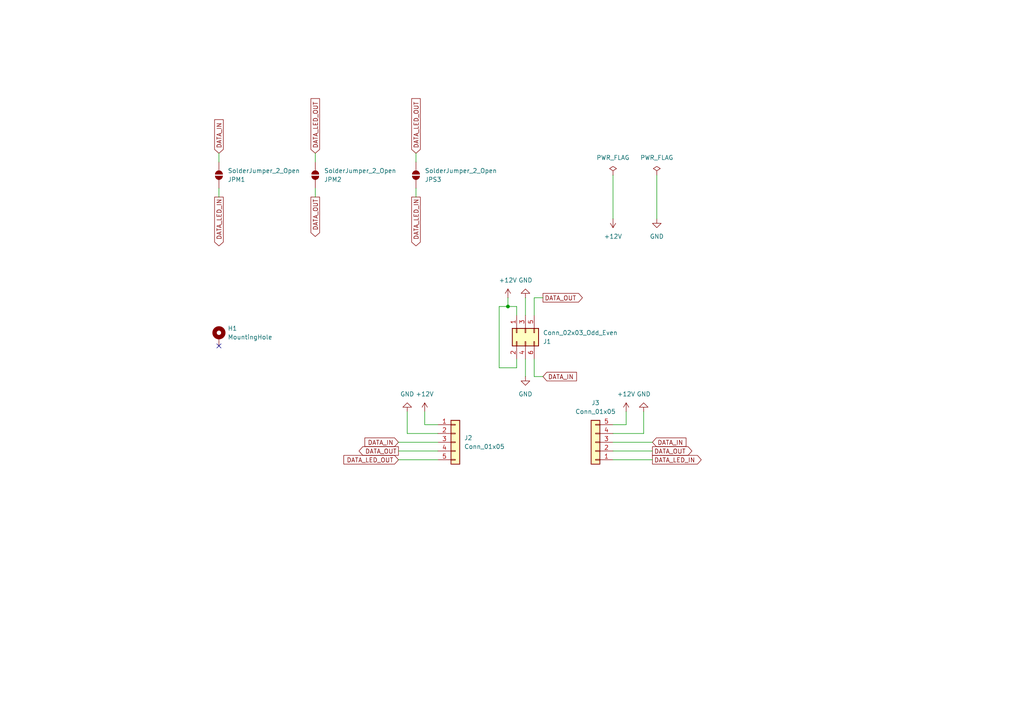
<source format=kicad_sch>
(kicad_sch
	(version 20231120)
	(generator "eeschema")
	(generator_version "8.0")
	(uuid "8a22740d-67f6-4029-8c3b-c30ddd6d9dce")
	(paper "A4")
	(lib_symbols
		(symbol "Connector_Generic:Conn_01x05"
			(pin_names
				(offset 1.016) hide)
			(exclude_from_sim no)
			(in_bom yes)
			(on_board yes)
			(property "Reference" "J"
				(at 0 7.62 0)
				(effects
					(font
						(size 1.27 1.27)
					)
				)
			)
			(property "Value" "Conn_01x05"
				(at 0 -7.62 0)
				(effects
					(font
						(size 1.27 1.27)
					)
				)
			)
			(property "Footprint" ""
				(at 0 0 0)
				(effects
					(font
						(size 1.27 1.27)
					)
					(hide yes)
				)
			)
			(property "Datasheet" "~"
				(at 0 0 0)
				(effects
					(font
						(size 1.27 1.27)
					)
					(hide yes)
				)
			)
			(property "Description" "Generic connector, single row, 01x05, script generated (kicad-library-utils/schlib/autogen/connector/)"
				(at 0 0 0)
				(effects
					(font
						(size 1.27 1.27)
					)
					(hide yes)
				)
			)
			(property "ki_keywords" "connector"
				(at 0 0 0)
				(effects
					(font
						(size 1.27 1.27)
					)
					(hide yes)
				)
			)
			(property "ki_fp_filters" "Connector*:*_1x??_*"
				(at 0 0 0)
				(effects
					(font
						(size 1.27 1.27)
					)
					(hide yes)
				)
			)
			(symbol "Conn_01x05_1_1"
				(rectangle
					(start -1.27 -4.953)
					(end 0 -5.207)
					(stroke
						(width 0.1524)
						(type default)
					)
					(fill
						(type none)
					)
				)
				(rectangle
					(start -1.27 -2.413)
					(end 0 -2.667)
					(stroke
						(width 0.1524)
						(type default)
					)
					(fill
						(type none)
					)
				)
				(rectangle
					(start -1.27 0.127)
					(end 0 -0.127)
					(stroke
						(width 0.1524)
						(type default)
					)
					(fill
						(type none)
					)
				)
				(rectangle
					(start -1.27 2.667)
					(end 0 2.413)
					(stroke
						(width 0.1524)
						(type default)
					)
					(fill
						(type none)
					)
				)
				(rectangle
					(start -1.27 5.207)
					(end 0 4.953)
					(stroke
						(width 0.1524)
						(type default)
					)
					(fill
						(type none)
					)
				)
				(rectangle
					(start -1.27 6.35)
					(end 1.27 -6.35)
					(stroke
						(width 0.254)
						(type default)
					)
					(fill
						(type background)
					)
				)
				(pin passive line
					(at -5.08 5.08 0)
					(length 3.81)
					(name "Pin_1"
						(effects
							(font
								(size 1.27 1.27)
							)
						)
					)
					(number "1"
						(effects
							(font
								(size 1.27 1.27)
							)
						)
					)
				)
				(pin passive line
					(at -5.08 2.54 0)
					(length 3.81)
					(name "Pin_2"
						(effects
							(font
								(size 1.27 1.27)
							)
						)
					)
					(number "2"
						(effects
							(font
								(size 1.27 1.27)
							)
						)
					)
				)
				(pin passive line
					(at -5.08 0 0)
					(length 3.81)
					(name "Pin_3"
						(effects
							(font
								(size 1.27 1.27)
							)
						)
					)
					(number "3"
						(effects
							(font
								(size 1.27 1.27)
							)
						)
					)
				)
				(pin passive line
					(at -5.08 -2.54 0)
					(length 3.81)
					(name "Pin_4"
						(effects
							(font
								(size 1.27 1.27)
							)
						)
					)
					(number "4"
						(effects
							(font
								(size 1.27 1.27)
							)
						)
					)
				)
				(pin passive line
					(at -5.08 -5.08 0)
					(length 3.81)
					(name "Pin_5"
						(effects
							(font
								(size 1.27 1.27)
							)
						)
					)
					(number "5"
						(effects
							(font
								(size 1.27 1.27)
							)
						)
					)
				)
			)
		)
		(symbol "Connector_Generic:Conn_02x03_Odd_Even"
			(pin_names
				(offset 1.016) hide)
			(exclude_from_sim no)
			(in_bom yes)
			(on_board yes)
			(property "Reference" "J"
				(at 1.27 5.08 0)
				(effects
					(font
						(size 1.27 1.27)
					)
				)
			)
			(property "Value" "Conn_02x03_Odd_Even"
				(at 1.27 -5.08 0)
				(effects
					(font
						(size 1.27 1.27)
					)
				)
			)
			(property "Footprint" ""
				(at 0 0 0)
				(effects
					(font
						(size 1.27 1.27)
					)
					(hide yes)
				)
			)
			(property "Datasheet" "~"
				(at 0 0 0)
				(effects
					(font
						(size 1.27 1.27)
					)
					(hide yes)
				)
			)
			(property "Description" "Generic connector, double row, 02x03, odd/even pin numbering scheme (row 1 odd numbers, row 2 even numbers), script generated (kicad-library-utils/schlib/autogen/connector/)"
				(at 0 0 0)
				(effects
					(font
						(size 1.27 1.27)
					)
					(hide yes)
				)
			)
			(property "ki_keywords" "connector"
				(at 0 0 0)
				(effects
					(font
						(size 1.27 1.27)
					)
					(hide yes)
				)
			)
			(property "ki_fp_filters" "Connector*:*_2x??_*"
				(at 0 0 0)
				(effects
					(font
						(size 1.27 1.27)
					)
					(hide yes)
				)
			)
			(symbol "Conn_02x03_Odd_Even_1_1"
				(rectangle
					(start -1.27 -2.413)
					(end 0 -2.667)
					(stroke
						(width 0.1524)
						(type default)
					)
					(fill
						(type none)
					)
				)
				(rectangle
					(start -1.27 0.127)
					(end 0 -0.127)
					(stroke
						(width 0.1524)
						(type default)
					)
					(fill
						(type none)
					)
				)
				(rectangle
					(start -1.27 2.667)
					(end 0 2.413)
					(stroke
						(width 0.1524)
						(type default)
					)
					(fill
						(type none)
					)
				)
				(rectangle
					(start -1.27 3.81)
					(end 3.81 -3.81)
					(stroke
						(width 0.254)
						(type default)
					)
					(fill
						(type background)
					)
				)
				(rectangle
					(start 3.81 -2.413)
					(end 2.54 -2.667)
					(stroke
						(width 0.1524)
						(type default)
					)
					(fill
						(type none)
					)
				)
				(rectangle
					(start 3.81 0.127)
					(end 2.54 -0.127)
					(stroke
						(width 0.1524)
						(type default)
					)
					(fill
						(type none)
					)
				)
				(rectangle
					(start 3.81 2.667)
					(end 2.54 2.413)
					(stroke
						(width 0.1524)
						(type default)
					)
					(fill
						(type none)
					)
				)
				(pin passive line
					(at -5.08 2.54 0)
					(length 3.81)
					(name "Pin_1"
						(effects
							(font
								(size 1.27 1.27)
							)
						)
					)
					(number "1"
						(effects
							(font
								(size 1.27 1.27)
							)
						)
					)
				)
				(pin passive line
					(at 7.62 2.54 180)
					(length 3.81)
					(name "Pin_2"
						(effects
							(font
								(size 1.27 1.27)
							)
						)
					)
					(number "2"
						(effects
							(font
								(size 1.27 1.27)
							)
						)
					)
				)
				(pin passive line
					(at -5.08 0 0)
					(length 3.81)
					(name "Pin_3"
						(effects
							(font
								(size 1.27 1.27)
							)
						)
					)
					(number "3"
						(effects
							(font
								(size 1.27 1.27)
							)
						)
					)
				)
				(pin passive line
					(at 7.62 0 180)
					(length 3.81)
					(name "Pin_4"
						(effects
							(font
								(size 1.27 1.27)
							)
						)
					)
					(number "4"
						(effects
							(font
								(size 1.27 1.27)
							)
						)
					)
				)
				(pin passive line
					(at -5.08 -2.54 0)
					(length 3.81)
					(name "Pin_5"
						(effects
							(font
								(size 1.27 1.27)
							)
						)
					)
					(number "5"
						(effects
							(font
								(size 1.27 1.27)
							)
						)
					)
				)
				(pin passive line
					(at 7.62 -2.54 180)
					(length 3.81)
					(name "Pin_6"
						(effects
							(font
								(size 1.27 1.27)
							)
						)
					)
					(number "6"
						(effects
							(font
								(size 1.27 1.27)
							)
						)
					)
				)
			)
		)
		(symbol "Jumper:SolderJumper_2_Open"
			(pin_numbers hide)
			(pin_names
				(offset 0) hide)
			(exclude_from_sim yes)
			(in_bom no)
			(on_board yes)
			(property "Reference" "JP"
				(at 0 2.032 0)
				(effects
					(font
						(size 1.27 1.27)
					)
				)
			)
			(property "Value" "SolderJumper_2_Open"
				(at 0 -2.54 0)
				(effects
					(font
						(size 1.27 1.27)
					)
				)
			)
			(property "Footprint" ""
				(at 0 0 0)
				(effects
					(font
						(size 1.27 1.27)
					)
					(hide yes)
				)
			)
			(property "Datasheet" "~"
				(at 0 0 0)
				(effects
					(font
						(size 1.27 1.27)
					)
					(hide yes)
				)
			)
			(property "Description" "Solder Jumper, 2-pole, open"
				(at 0 0 0)
				(effects
					(font
						(size 1.27 1.27)
					)
					(hide yes)
				)
			)
			(property "ki_keywords" "solder jumper SPST"
				(at 0 0 0)
				(effects
					(font
						(size 1.27 1.27)
					)
					(hide yes)
				)
			)
			(property "ki_fp_filters" "SolderJumper*Open*"
				(at 0 0 0)
				(effects
					(font
						(size 1.27 1.27)
					)
					(hide yes)
				)
			)
			(symbol "SolderJumper_2_Open_0_1"
				(arc
					(start -0.254 1.016)
					(mid -1.2656 0)
					(end -0.254 -1.016)
					(stroke
						(width 0)
						(type default)
					)
					(fill
						(type none)
					)
				)
				(arc
					(start -0.254 1.016)
					(mid -1.2656 0)
					(end -0.254 -1.016)
					(stroke
						(width 0)
						(type default)
					)
					(fill
						(type outline)
					)
				)
				(polyline
					(pts
						(xy -0.254 1.016) (xy -0.254 -1.016)
					)
					(stroke
						(width 0)
						(type default)
					)
					(fill
						(type none)
					)
				)
				(polyline
					(pts
						(xy 0.254 1.016) (xy 0.254 -1.016)
					)
					(stroke
						(width 0)
						(type default)
					)
					(fill
						(type none)
					)
				)
				(arc
					(start 0.254 -1.016)
					(mid 1.2656 0)
					(end 0.254 1.016)
					(stroke
						(width 0)
						(type default)
					)
					(fill
						(type none)
					)
				)
				(arc
					(start 0.254 -1.016)
					(mid 1.2656 0)
					(end 0.254 1.016)
					(stroke
						(width 0)
						(type default)
					)
					(fill
						(type outline)
					)
				)
			)
			(symbol "SolderJumper_2_Open_1_1"
				(pin passive line
					(at -3.81 0 0)
					(length 2.54)
					(name "A"
						(effects
							(font
								(size 1.27 1.27)
							)
						)
					)
					(number "1"
						(effects
							(font
								(size 1.27 1.27)
							)
						)
					)
				)
				(pin passive line
					(at 3.81 0 180)
					(length 2.54)
					(name "B"
						(effects
							(font
								(size 1.27 1.27)
							)
						)
					)
					(number "2"
						(effects
							(font
								(size 1.27 1.27)
							)
						)
					)
				)
			)
		)
		(symbol "Mechanical:MountingHole_Pad"
			(pin_numbers hide)
			(pin_names
				(offset 1.016) hide)
			(exclude_from_sim yes)
			(in_bom no)
			(on_board yes)
			(property "Reference" "H"
				(at 0 6.35 0)
				(effects
					(font
						(size 1.27 1.27)
					)
				)
			)
			(property "Value" "MountingHole_Pad"
				(at 0 4.445 0)
				(effects
					(font
						(size 1.27 1.27)
					)
				)
			)
			(property "Footprint" ""
				(at 0 0 0)
				(effects
					(font
						(size 1.27 1.27)
					)
					(hide yes)
				)
			)
			(property "Datasheet" "~"
				(at 0 0 0)
				(effects
					(font
						(size 1.27 1.27)
					)
					(hide yes)
				)
			)
			(property "Description" "Mounting Hole with connection"
				(at 0 0 0)
				(effects
					(font
						(size 1.27 1.27)
					)
					(hide yes)
				)
			)
			(property "ki_keywords" "mounting hole"
				(at 0 0 0)
				(effects
					(font
						(size 1.27 1.27)
					)
					(hide yes)
				)
			)
			(property "ki_fp_filters" "MountingHole*Pad*"
				(at 0 0 0)
				(effects
					(font
						(size 1.27 1.27)
					)
					(hide yes)
				)
			)
			(symbol "MountingHole_Pad_0_1"
				(circle
					(center 0 1.27)
					(radius 1.27)
					(stroke
						(width 1.27)
						(type default)
					)
					(fill
						(type none)
					)
				)
			)
			(symbol "MountingHole_Pad_1_1"
				(pin input line
					(at 0 -2.54 90)
					(length 2.54)
					(name "1"
						(effects
							(font
								(size 1.27 1.27)
							)
						)
					)
					(number "1"
						(effects
							(font
								(size 1.27 1.27)
							)
						)
					)
				)
			)
		)
		(symbol "power:+12V"
			(power)
			(pin_numbers hide)
			(pin_names
				(offset 0) hide)
			(exclude_from_sim no)
			(in_bom yes)
			(on_board yes)
			(property "Reference" "#PWR"
				(at 0 -3.81 0)
				(effects
					(font
						(size 1.27 1.27)
					)
					(hide yes)
				)
			)
			(property "Value" "+12V"
				(at 0 3.556 0)
				(effects
					(font
						(size 1.27 1.27)
					)
				)
			)
			(property "Footprint" ""
				(at 0 0 0)
				(effects
					(font
						(size 1.27 1.27)
					)
					(hide yes)
				)
			)
			(property "Datasheet" ""
				(at 0 0 0)
				(effects
					(font
						(size 1.27 1.27)
					)
					(hide yes)
				)
			)
			(property "Description" "Power symbol creates a global label with name \"+12V\""
				(at 0 0 0)
				(effects
					(font
						(size 1.27 1.27)
					)
					(hide yes)
				)
			)
			(property "ki_keywords" "global power"
				(at 0 0 0)
				(effects
					(font
						(size 1.27 1.27)
					)
					(hide yes)
				)
			)
			(symbol "+12V_0_1"
				(polyline
					(pts
						(xy -0.762 1.27) (xy 0 2.54)
					)
					(stroke
						(width 0)
						(type default)
					)
					(fill
						(type none)
					)
				)
				(polyline
					(pts
						(xy 0 0) (xy 0 2.54)
					)
					(stroke
						(width 0)
						(type default)
					)
					(fill
						(type none)
					)
				)
				(polyline
					(pts
						(xy 0 2.54) (xy 0.762 1.27)
					)
					(stroke
						(width 0)
						(type default)
					)
					(fill
						(type none)
					)
				)
			)
			(symbol "+12V_1_1"
				(pin power_in line
					(at 0 0 90)
					(length 0)
					(name "~"
						(effects
							(font
								(size 1.27 1.27)
							)
						)
					)
					(number "1"
						(effects
							(font
								(size 1.27 1.27)
							)
						)
					)
				)
			)
		)
		(symbol "power:GND"
			(power)
			(pin_numbers hide)
			(pin_names
				(offset 0) hide)
			(exclude_from_sim no)
			(in_bom yes)
			(on_board yes)
			(property "Reference" "#PWR"
				(at 0 -6.35 0)
				(effects
					(font
						(size 1.27 1.27)
					)
					(hide yes)
				)
			)
			(property "Value" "GND"
				(at 0 -3.81 0)
				(effects
					(font
						(size 1.27 1.27)
					)
				)
			)
			(property "Footprint" ""
				(at 0 0 0)
				(effects
					(font
						(size 1.27 1.27)
					)
					(hide yes)
				)
			)
			(property "Datasheet" ""
				(at 0 0 0)
				(effects
					(font
						(size 1.27 1.27)
					)
					(hide yes)
				)
			)
			(property "Description" "Power symbol creates a global label with name \"GND\" , ground"
				(at 0 0 0)
				(effects
					(font
						(size 1.27 1.27)
					)
					(hide yes)
				)
			)
			(property "ki_keywords" "global power"
				(at 0 0 0)
				(effects
					(font
						(size 1.27 1.27)
					)
					(hide yes)
				)
			)
			(symbol "GND_0_1"
				(polyline
					(pts
						(xy 0 0) (xy 0 -1.27) (xy 1.27 -1.27) (xy 0 -2.54) (xy -1.27 -1.27) (xy 0 -1.27)
					)
					(stroke
						(width 0)
						(type default)
					)
					(fill
						(type none)
					)
				)
			)
			(symbol "GND_1_1"
				(pin power_in line
					(at 0 0 270)
					(length 0)
					(name "~"
						(effects
							(font
								(size 1.27 1.27)
							)
						)
					)
					(number "1"
						(effects
							(font
								(size 1.27 1.27)
							)
						)
					)
				)
			)
		)
		(symbol "power:PWR_FLAG"
			(power)
			(pin_numbers hide)
			(pin_names
				(offset 0) hide)
			(exclude_from_sim no)
			(in_bom yes)
			(on_board yes)
			(property "Reference" "#FLG"
				(at 0 1.905 0)
				(effects
					(font
						(size 1.27 1.27)
					)
					(hide yes)
				)
			)
			(property "Value" "PWR_FLAG"
				(at 0 3.81 0)
				(effects
					(font
						(size 1.27 1.27)
					)
				)
			)
			(property "Footprint" ""
				(at 0 0 0)
				(effects
					(font
						(size 1.27 1.27)
					)
					(hide yes)
				)
			)
			(property "Datasheet" "~"
				(at 0 0 0)
				(effects
					(font
						(size 1.27 1.27)
					)
					(hide yes)
				)
			)
			(property "Description" "Special symbol for telling ERC where power comes from"
				(at 0 0 0)
				(effects
					(font
						(size 1.27 1.27)
					)
					(hide yes)
				)
			)
			(property "ki_keywords" "flag power"
				(at 0 0 0)
				(effects
					(font
						(size 1.27 1.27)
					)
					(hide yes)
				)
			)
			(symbol "PWR_FLAG_0_0"
				(pin power_out line
					(at 0 0 90)
					(length 0)
					(name "~"
						(effects
							(font
								(size 1.27 1.27)
							)
						)
					)
					(number "1"
						(effects
							(font
								(size 1.27 1.27)
							)
						)
					)
				)
			)
			(symbol "PWR_FLAG_0_1"
				(polyline
					(pts
						(xy 0 0) (xy 0 1.27) (xy -1.016 1.905) (xy 0 2.54) (xy 1.016 1.905) (xy 0 1.27)
					)
					(stroke
						(width 0)
						(type default)
					)
					(fill
						(type none)
					)
				)
			)
		)
	)
	(junction
		(at 147.32 88.9)
		(diameter 0)
		(color 0 0 0 0)
		(uuid "4725b9e2-854e-48e4-9d78-2aa0e1d094ec")
	)
	(no_connect
		(at 63.5 100.33)
		(uuid "877ee188-65e8-4bb9-8ce0-121f589b3885")
	)
	(wire
		(pts
			(xy 63.5 54.61) (xy 63.5 57.15)
		)
		(stroke
			(width 0)
			(type default)
		)
		(uuid "1681d4c7-2c3a-4d0a-9204-3073ceb07e6d")
	)
	(wire
		(pts
			(xy 154.94 109.22) (xy 157.48 109.22)
		)
		(stroke
			(width 0)
			(type default)
		)
		(uuid "1878a314-d473-4c68-979c-a53945de665b")
	)
	(wire
		(pts
			(xy 115.57 133.35) (xy 127 133.35)
		)
		(stroke
			(width 0)
			(type default)
		)
		(uuid "280961f9-e5b8-45b1-b216-22de454b50c2")
	)
	(wire
		(pts
			(xy 154.94 104.14) (xy 154.94 109.22)
		)
		(stroke
			(width 0)
			(type default)
		)
		(uuid "2ac38c3c-82be-404f-ab77-ef61b764bf48")
	)
	(wire
		(pts
			(xy 181.61 123.19) (xy 181.61 119.38)
		)
		(stroke
			(width 0)
			(type default)
		)
		(uuid "4318f3b5-90c3-4500-8ba5-f2494a4cfee8")
	)
	(wire
		(pts
			(xy 177.8 125.73) (xy 186.69 125.73)
		)
		(stroke
			(width 0)
			(type default)
		)
		(uuid "47410761-145e-4e2a-a620-e3caa4239bf5")
	)
	(wire
		(pts
			(xy 120.65 54.61) (xy 120.65 57.15)
		)
		(stroke
			(width 0)
			(type default)
		)
		(uuid "49a6a9d7-9cc8-4060-8626-9bcfdec3faed")
	)
	(wire
		(pts
			(xy 157.48 86.36) (xy 154.94 86.36)
		)
		(stroke
			(width 0)
			(type default)
		)
		(uuid "4fb883d2-1163-4344-b141-1e3c6e5e680c")
	)
	(wire
		(pts
			(xy 177.8 133.35) (xy 189.23 133.35)
		)
		(stroke
			(width 0)
			(type default)
		)
		(uuid "514f7634-f6bd-4582-b731-773642507981")
	)
	(wire
		(pts
			(xy 120.65 44.45) (xy 120.65 46.99)
		)
		(stroke
			(width 0)
			(type default)
		)
		(uuid "564d49ec-90da-4822-b41a-13034c448e7f")
	)
	(wire
		(pts
			(xy 147.32 86.36) (xy 147.32 88.9)
		)
		(stroke
			(width 0)
			(type default)
		)
		(uuid "5886d54e-20b0-481e-a163-3e679e736c4b")
	)
	(wire
		(pts
			(xy 123.19 123.19) (xy 123.19 119.38)
		)
		(stroke
			(width 0)
			(type default)
		)
		(uuid "59edbe3c-a2a1-40b5-96ca-a77f9c9f0d3e")
	)
	(wire
		(pts
			(xy 115.57 128.27) (xy 127 128.27)
		)
		(stroke
			(width 0)
			(type default)
		)
		(uuid "5c591ea5-5e17-47ac-a25c-ade27dd8917f")
	)
	(wire
		(pts
			(xy 91.44 54.61) (xy 91.44 57.15)
		)
		(stroke
			(width 0)
			(type default)
		)
		(uuid "5facd275-fb2c-421d-94f9-65da46751dbf")
	)
	(wire
		(pts
			(xy 177.8 123.19) (xy 181.61 123.19)
		)
		(stroke
			(width 0)
			(type default)
		)
		(uuid "67a86b30-1f23-4365-8758-983cdb65e3cf")
	)
	(wire
		(pts
			(xy 149.86 91.44) (xy 149.86 88.9)
		)
		(stroke
			(width 0)
			(type default)
		)
		(uuid "6ca61a31-6056-412b-b38d-84f5d86b336f")
	)
	(wire
		(pts
			(xy 190.5 50.8) (xy 190.5 63.5)
		)
		(stroke
			(width 0)
			(type default)
		)
		(uuid "6f6bc7be-520b-49ba-b23b-8bafaa4e340a")
	)
	(wire
		(pts
			(xy 149.86 104.14) (xy 149.86 106.68)
		)
		(stroke
			(width 0)
			(type default)
		)
		(uuid "788d4111-6aaf-4ec5-80dc-3d7413be10c9")
	)
	(wire
		(pts
			(xy 144.78 88.9) (xy 144.78 106.68)
		)
		(stroke
			(width 0)
			(type default)
		)
		(uuid "797bbedd-1864-4039-90ac-34731a5fd384")
	)
	(wire
		(pts
			(xy 189.23 128.27) (xy 177.8 128.27)
		)
		(stroke
			(width 0)
			(type default)
		)
		(uuid "7bc8db93-4ec4-4559-b084-a139b14f105d")
	)
	(wire
		(pts
			(xy 149.86 88.9) (xy 147.32 88.9)
		)
		(stroke
			(width 0)
			(type default)
		)
		(uuid "84c1a15b-4f75-462c-b496-b6220636e994")
	)
	(wire
		(pts
			(xy 152.4 86.36) (xy 152.4 91.44)
		)
		(stroke
			(width 0)
			(type default)
		)
		(uuid "89bc566f-c1d5-432e-be82-f4c5406e2464")
	)
	(wire
		(pts
			(xy 115.57 130.81) (xy 127 130.81)
		)
		(stroke
			(width 0)
			(type default)
		)
		(uuid "8dfe4769-8e01-4875-9ce9-b35b31d530cc")
	)
	(wire
		(pts
			(xy 63.5 44.45) (xy 63.5 46.99)
		)
		(stroke
			(width 0)
			(type default)
		)
		(uuid "9332ba1b-9cf2-4730-a59f-ed367d9e871b")
	)
	(wire
		(pts
			(xy 154.94 86.36) (xy 154.94 91.44)
		)
		(stroke
			(width 0)
			(type default)
		)
		(uuid "983ade88-06a2-4d97-af9b-f504d9e4886c")
	)
	(wire
		(pts
			(xy 189.23 130.81) (xy 177.8 130.81)
		)
		(stroke
			(width 0)
			(type default)
		)
		(uuid "99bee386-095c-4f2e-83af-dfee9e5d3c42")
	)
	(wire
		(pts
			(xy 147.32 88.9) (xy 144.78 88.9)
		)
		(stroke
			(width 0)
			(type default)
		)
		(uuid "9b0bc963-4bb9-4408-94a1-eb844442aaf2")
	)
	(wire
		(pts
			(xy 177.8 50.8) (xy 177.8 63.5)
		)
		(stroke
			(width 0)
			(type default)
		)
		(uuid "ac652e3d-70d1-4df4-8261-f7bd17dec3c9")
	)
	(wire
		(pts
			(xy 127 123.19) (xy 123.19 123.19)
		)
		(stroke
			(width 0)
			(type default)
		)
		(uuid "b2c343c7-112b-4fad-81a2-141a21112b1d")
	)
	(wire
		(pts
			(xy 144.78 106.68) (xy 149.86 106.68)
		)
		(stroke
			(width 0)
			(type default)
		)
		(uuid "b6ee914e-a28d-445f-9cb3-1ff59dcd5d16")
	)
	(wire
		(pts
			(xy 152.4 104.14) (xy 152.4 109.22)
		)
		(stroke
			(width 0)
			(type default)
		)
		(uuid "ce88f6c5-cc99-4d12-a21b-8d32101ee20c")
	)
	(wire
		(pts
			(xy 118.11 125.73) (xy 118.11 119.38)
		)
		(stroke
			(width 0)
			(type default)
		)
		(uuid "ee84c2a8-49fa-4637-ab6b-724ea16de104")
	)
	(wire
		(pts
			(xy 127 125.73) (xy 118.11 125.73)
		)
		(stroke
			(width 0)
			(type default)
		)
		(uuid "f3138ea3-9558-47ab-a67a-3adb17ede050")
	)
	(wire
		(pts
			(xy 91.44 44.45) (xy 91.44 46.99)
		)
		(stroke
			(width 0)
			(type default)
		)
		(uuid "f4e7ed95-4b93-4fa1-a262-618a305d7921")
	)
	(wire
		(pts
			(xy 186.69 125.73) (xy 186.69 119.38)
		)
		(stroke
			(width 0)
			(type default)
		)
		(uuid "febebead-01ca-433e-a344-a19530cb1769")
	)
	(global_label "DATA_OUT"
		(shape output)
		(at 91.44 57.15 270)
		(fields_autoplaced yes)
		(effects
			(font
				(size 1.27 1.27)
			)
			(justify right)
		)
		(uuid "015da4d7-b176-4b3c-a0d1-a3510477fa06")
		(property "Intersheetrefs" "${INTERSHEET_REFS}"
			(at 91.44 69.1462 90)
			(effects
				(font
					(size 1.27 1.27)
				)
				(justify right)
				(hide yes)
			)
		)
	)
	(global_label "DATA_LED_IN"
		(shape output)
		(at 120.65 57.15 270)
		(fields_autoplaced yes)
		(effects
			(font
				(size 1.27 1.27)
			)
			(justify right)
		)
		(uuid "024bd7d3-329a-42e1-9405-13a539db405b")
		(property "Intersheetrefs" "${INTERSHEET_REFS}"
			(at 120.65 71.8676 90)
			(effects
				(font
					(size 1.27 1.27)
				)
				(justify right)
				(hide yes)
			)
		)
	)
	(global_label "DATA_OUT"
		(shape output)
		(at 157.48 86.36 0)
		(fields_autoplaced yes)
		(effects
			(font
				(size 1.27 1.27)
			)
			(justify left)
		)
		(uuid "12b12921-f926-487b-a8fd-d1a2769bdda4")
		(property "Intersheetrefs" "${INTERSHEET_REFS}"
			(at 169.4762 86.36 0)
			(effects
				(font
					(size 1.27 1.27)
				)
				(justify left)
				(hide yes)
			)
		)
	)
	(global_label "DATA_IN"
		(shape input)
		(at 63.5 44.45 90)
		(fields_autoplaced yes)
		(effects
			(font
				(size 1.27 1.27)
			)
			(justify left)
		)
		(uuid "138173c1-a64a-461f-8594-c0cdb404e1a4")
		(property "Intersheetrefs" "${INTERSHEET_REFS}"
			(at 63.5 34.1471 90)
			(effects
				(font
					(size 1.27 1.27)
				)
				(justify left)
				(hide yes)
			)
		)
	)
	(global_label "DATA_LED_IN"
		(shape output)
		(at 189.23 133.35 0)
		(fields_autoplaced yes)
		(effects
			(font
				(size 1.27 1.27)
			)
			(justify left)
		)
		(uuid "13ebbd20-15f6-4a69-9b07-1478ed61b514")
		(property "Intersheetrefs" "${INTERSHEET_REFS}"
			(at 203.9476 133.35 0)
			(effects
				(font
					(size 1.27 1.27)
				)
				(justify left)
				(hide yes)
			)
		)
	)
	(global_label "DATA_OUT"
		(shape output)
		(at 189.23 130.81 0)
		(fields_autoplaced yes)
		(effects
			(font
				(size 1.27 1.27)
			)
			(justify left)
		)
		(uuid "35b29d44-c5a8-4de3-83ad-291f2b0cc368")
		(property "Intersheetrefs" "${INTERSHEET_REFS}"
			(at 201.2262 130.81 0)
			(effects
				(font
					(size 1.27 1.27)
				)
				(justify left)
				(hide yes)
			)
		)
	)
	(global_label "DATA_LED_OUT"
		(shape input)
		(at 91.44 44.45 90)
		(fields_autoplaced yes)
		(effects
			(font
				(size 1.27 1.27)
			)
			(justify left)
		)
		(uuid "58a04fd5-f759-4fc9-b9b0-9ac2ffb90a27")
		(property "Intersheetrefs" "${INTERSHEET_REFS}"
			(at 91.44 28.0391 90)
			(effects
				(font
					(size 1.27 1.27)
				)
				(justify left)
				(hide yes)
			)
		)
	)
	(global_label "DATA_LED_IN"
		(shape output)
		(at 63.5 57.15 270)
		(fields_autoplaced yes)
		(effects
			(font
				(size 1.27 1.27)
			)
			(justify right)
		)
		(uuid "a21f66e7-e05a-48a5-b1cc-d1995b8fd6f6")
		(property "Intersheetrefs" "${INTERSHEET_REFS}"
			(at 63.5 71.8676 90)
			(effects
				(font
					(size 1.27 1.27)
				)
				(justify right)
				(hide yes)
			)
		)
	)
	(global_label "DATA_OUT"
		(shape output)
		(at 115.57 130.81 180)
		(fields_autoplaced yes)
		(effects
			(font
				(size 1.27 1.27)
			)
			(justify right)
		)
		(uuid "be0aeab9-768a-47e3-9a85-3ee600dddbd3")
		(property "Intersheetrefs" "${INTERSHEET_REFS}"
			(at 103.5738 130.81 0)
			(effects
				(font
					(size 1.27 1.27)
				)
				(justify right)
				(hide yes)
			)
		)
	)
	(global_label "DATA_IN"
		(shape input)
		(at 115.57 128.27 180)
		(fields_autoplaced yes)
		(effects
			(font
				(size 1.27 1.27)
			)
			(justify right)
		)
		(uuid "c060b88b-f4d0-4298-9765-70a2de6603a2")
		(property "Intersheetrefs" "${INTERSHEET_REFS}"
			(at 105.2671 128.27 0)
			(effects
				(font
					(size 1.27 1.27)
				)
				(justify right)
				(hide yes)
			)
		)
	)
	(global_label "DATA_IN"
		(shape input)
		(at 157.48 109.22 0)
		(fields_autoplaced yes)
		(effects
			(font
				(size 1.27 1.27)
			)
			(justify left)
		)
		(uuid "c68ea1ef-019c-413f-9d9b-696c330b7214")
		(property "Intersheetrefs" "${INTERSHEET_REFS}"
			(at 167.7829 109.22 0)
			(effects
				(font
					(size 1.27 1.27)
				)
				(justify left)
				(hide yes)
			)
		)
	)
	(global_label "DATA_IN"
		(shape input)
		(at 189.23 128.27 0)
		(fields_autoplaced yes)
		(effects
			(font
				(size 1.27 1.27)
			)
			(justify left)
		)
		(uuid "d2ae4a8d-385e-4b24-a798-42b4968a3857")
		(property "Intersheetrefs" "${INTERSHEET_REFS}"
			(at 199.5329 128.27 0)
			(effects
				(font
					(size 1.27 1.27)
				)
				(justify left)
				(hide yes)
			)
		)
	)
	(global_label "DATA_LED_OUT"
		(shape input)
		(at 120.65 44.45 90)
		(fields_autoplaced yes)
		(effects
			(font
				(size 1.27 1.27)
			)
			(justify left)
		)
		(uuid "e41f8995-c4a0-48b3-9000-92183b180fd7")
		(property "Intersheetrefs" "${INTERSHEET_REFS}"
			(at 120.65 28.0391 90)
			(effects
				(font
					(size 1.27 1.27)
				)
				(justify left)
				(hide yes)
			)
		)
	)
	(global_label "DATA_LED_OUT"
		(shape input)
		(at 115.57 133.35 180)
		(fields_autoplaced yes)
		(effects
			(font
				(size 1.27 1.27)
			)
			(justify right)
		)
		(uuid "f327a6a0-8b80-43fd-acd1-330c5324dea9")
		(property "Intersheetrefs" "${INTERSHEET_REFS}"
			(at 99.1591 133.35 0)
			(effects
				(font
					(size 1.27 1.27)
				)
				(justify right)
				(hide yes)
			)
		)
	)
	(symbol
		(lib_id "Jumper:SolderJumper_2_Open")
		(at 120.65 50.8 270)
		(unit 1)
		(exclude_from_sim yes)
		(in_bom no)
		(on_board yes)
		(dnp no)
		(uuid "05966c23-df39-4a87-8b5d-0e9c8ff7f222")
		(property "Reference" "JPS3"
			(at 123.19 52.0701 90)
			(effects
				(font
					(size 1.27 1.27)
				)
				(justify left)
			)
		)
		(property "Value" "SolderJumper_2_Open"
			(at 123.19 49.5301 90)
			(effects
				(font
					(size 1.27 1.27)
				)
				(justify left)
			)
		)
		(property "Footprint" "Jumper:SolderJumper-2_P1.3mm_Open_RoundedPad1.0x1.5mm"
			(at 120.65 50.8 0)
			(effects
				(font
					(size 1.27 1.27)
				)
				(hide yes)
			)
		)
		(property "Datasheet" "~"
			(at 120.65 50.8 0)
			(effects
				(font
					(size 1.27 1.27)
				)
				(hide yes)
			)
		)
		(property "Description" "Solder Jumper, 2-pole, open"
			(at 120.65 50.8 0)
			(effects
				(font
					(size 1.27 1.27)
				)
				(hide yes)
			)
		)
		(pin "1"
			(uuid "f85d5311-00e5-4889-a13c-25e2594f2933")
		)
		(pin "2"
			(uuid "9befb220-6b9d-4fc3-b3cf-5c9c0b547333")
		)
		(instances
			(project "Seite"
				(path "/8a22740d-67f6-4029-8c3b-c30ddd6d9dce"
					(reference "JPS3")
					(unit 1)
				)
			)
		)
	)
	(symbol
		(lib_id "power:GND")
		(at 152.4 109.22 0)
		(unit 1)
		(exclude_from_sim no)
		(in_bom yes)
		(on_board yes)
		(dnp no)
		(fields_autoplaced yes)
		(uuid "0c4b62ba-b12a-4871-a6bc-77cffb4a9140")
		(property "Reference" "#PWR03"
			(at 152.4 115.57 0)
			(effects
				(font
					(size 1.27 1.27)
				)
				(hide yes)
			)
		)
		(property "Value" "GND"
			(at 152.4 114.3 0)
			(effects
				(font
					(size 1.27 1.27)
				)
			)
		)
		(property "Footprint" ""
			(at 152.4 109.22 0)
			(effects
				(font
					(size 1.27 1.27)
				)
				(hide yes)
			)
		)
		(property "Datasheet" ""
			(at 152.4 109.22 0)
			(effects
				(font
					(size 1.27 1.27)
				)
				(hide yes)
			)
		)
		(property "Description" "Power symbol creates a global label with name \"GND\" , ground"
			(at 152.4 109.22 0)
			(effects
				(font
					(size 1.27 1.27)
				)
				(hide yes)
			)
		)
		(pin "1"
			(uuid "0faef389-e8db-452d-a7a4-47e4c8c5ce96")
		)
		(instances
			(project "Seite"
				(path "/8a22740d-67f6-4029-8c3b-c30ddd6d9dce"
					(reference "#PWR03")
					(unit 1)
				)
			)
		)
	)
	(symbol
		(lib_id "power:+12V")
		(at 181.61 119.38 0)
		(mirror y)
		(unit 1)
		(exclude_from_sim no)
		(in_bom yes)
		(on_board yes)
		(dnp no)
		(fields_autoplaced yes)
		(uuid "0cd4df2d-6ee5-4bef-82cc-21cdaba990ab")
		(property "Reference" "#PWR07"
			(at 181.61 123.19 0)
			(effects
				(font
					(size 1.27 1.27)
				)
				(hide yes)
			)
		)
		(property "Value" "+12V"
			(at 181.61 114.3 0)
			(effects
				(font
					(size 1.27 1.27)
				)
			)
		)
		(property "Footprint" ""
			(at 181.61 119.38 0)
			(effects
				(font
					(size 1.27 1.27)
				)
				(hide yes)
			)
		)
		(property "Datasheet" ""
			(at 181.61 119.38 0)
			(effects
				(font
					(size 1.27 1.27)
				)
				(hide yes)
			)
		)
		(property "Description" "Power symbol creates a global label with name \"+12V\""
			(at 181.61 119.38 0)
			(effects
				(font
					(size 1.27 1.27)
				)
				(hide yes)
			)
		)
		(pin "1"
			(uuid "29a39bc0-810d-47dd-8819-b3a35362ea33")
		)
		(instances
			(project "Seite"
				(path "/8a22740d-67f6-4029-8c3b-c30ddd6d9dce"
					(reference "#PWR07")
					(unit 1)
				)
			)
		)
	)
	(symbol
		(lib_id "Connector_Generic:Conn_01x05")
		(at 132.08 128.27 0)
		(unit 1)
		(exclude_from_sim no)
		(in_bom yes)
		(on_board yes)
		(dnp no)
		(fields_autoplaced yes)
		(uuid "24606140-e061-4882-8f86-3e646795f2f0")
		(property "Reference" "J2"
			(at 134.62 126.9999 0)
			(effects
				(font
					(size 1.27 1.27)
				)
				(justify left)
			)
		)
		(property "Value" "Conn_01x05"
			(at 134.62 129.5399 0)
			(effects
				(font
					(size 1.27 1.27)
				)
				(justify left)
			)
		)
		(property "Footprint" "User_Footprints:PinHeader_1x05_P2.54mm_Horizontal_short_Silk"
			(at 132.08 128.27 0)
			(effects
				(font
					(size 1.27 1.27)
				)
				(hide yes)
			)
		)
		(property "Datasheet" "~"
			(at 132.08 128.27 0)
			(effects
				(font
					(size 1.27 1.27)
				)
				(hide yes)
			)
		)
		(property "Description" "Generic connector, single row, 01x05, script generated (kicad-library-utils/schlib/autogen/connector/)"
			(at 132.08 128.27 0)
			(effects
				(font
					(size 1.27 1.27)
				)
				(hide yes)
			)
		)
		(pin "1"
			(uuid "bd9ad002-b4d7-4475-9d68-d461f8126f37")
		)
		(pin "2"
			(uuid "9bef9126-babf-4931-bf71-5ce878814094")
		)
		(pin "4"
			(uuid "2a67237a-e2b3-44b1-9d50-99422f44c3fb")
		)
		(pin "3"
			(uuid "3856a1f9-1a8d-4cf2-b1ff-81c59107f6d5")
		)
		(pin "5"
			(uuid "9a0342bb-ee8f-4d98-839f-0a869601e594")
		)
		(instances
			(project ""
				(path "/8a22740d-67f6-4029-8c3b-c30ddd6d9dce"
					(reference "J2")
					(unit 1)
				)
			)
		)
	)
	(symbol
		(lib_id "power:GND")
		(at 152.4 86.36 180)
		(unit 1)
		(exclude_from_sim no)
		(in_bom yes)
		(on_board yes)
		(dnp no)
		(fields_autoplaced yes)
		(uuid "387cdf08-6312-4443-bdd3-6ea1e137e094")
		(property "Reference" "#PWR02"
			(at 152.4 80.01 0)
			(effects
				(font
					(size 1.27 1.27)
				)
				(hide yes)
			)
		)
		(property "Value" "GND"
			(at 152.4 81.28 0)
			(effects
				(font
					(size 1.27 1.27)
				)
			)
		)
		(property "Footprint" ""
			(at 152.4 86.36 0)
			(effects
				(font
					(size 1.27 1.27)
				)
				(hide yes)
			)
		)
		(property "Datasheet" ""
			(at 152.4 86.36 0)
			(effects
				(font
					(size 1.27 1.27)
				)
				(hide yes)
			)
		)
		(property "Description" "Power symbol creates a global label with name \"GND\" , ground"
			(at 152.4 86.36 0)
			(effects
				(font
					(size 1.27 1.27)
				)
				(hide yes)
			)
		)
		(pin "1"
			(uuid "69a32c90-3b59-4729-a4a2-3162136f62a7")
		)
		(instances
			(project ""
				(path "/8a22740d-67f6-4029-8c3b-c30ddd6d9dce"
					(reference "#PWR02")
					(unit 1)
				)
			)
		)
	)
	(symbol
		(lib_id "Connector_Generic:Conn_01x05")
		(at 172.72 128.27 180)
		(unit 1)
		(exclude_from_sim no)
		(in_bom yes)
		(on_board yes)
		(dnp no)
		(fields_autoplaced yes)
		(uuid "47e8e9cd-c347-4feb-a33a-0d35e3b6b7a1")
		(property "Reference" "J3"
			(at 172.72 116.84 0)
			(effects
				(font
					(size 1.27 1.27)
				)
			)
		)
		(property "Value" "Conn_01x05"
			(at 172.72 119.38 0)
			(effects
				(font
					(size 1.27 1.27)
				)
			)
		)
		(property "Footprint" "User_Footprints:PinHeader_1x05_P2.54mm_Horizontal_short_Silk"
			(at 172.72 128.27 0)
			(effects
				(font
					(size 1.27 1.27)
				)
				(hide yes)
			)
		)
		(property "Datasheet" "~"
			(at 172.72 128.27 0)
			(effects
				(font
					(size 1.27 1.27)
				)
				(hide yes)
			)
		)
		(property "Description" "Generic connector, single row, 01x05, script generated (kicad-library-utils/schlib/autogen/connector/)"
			(at 172.72 128.27 0)
			(effects
				(font
					(size 1.27 1.27)
				)
				(hide yes)
			)
		)
		(pin "1"
			(uuid "bcd4bc86-39da-448b-a942-af573ce9e491")
		)
		(pin "2"
			(uuid "35bab8f1-8ac6-45d7-94e0-66de1bd6b6ef")
		)
		(pin "4"
			(uuid "0a952418-450e-43fe-a2ec-54903be86f3c")
		)
		(pin "3"
			(uuid "f313bc8d-6046-4f4d-b99b-4655970087fb")
		)
		(pin "5"
			(uuid "018a9b2b-2a5d-435a-b9fc-d4ad79be3a18")
		)
		(instances
			(project "Seite"
				(path "/8a22740d-67f6-4029-8c3b-c30ddd6d9dce"
					(reference "J3")
					(unit 1)
				)
			)
		)
	)
	(symbol
		(lib_id "power:GND")
		(at 190.5 63.5 0)
		(mirror y)
		(unit 1)
		(exclude_from_sim no)
		(in_bom yes)
		(on_board yes)
		(dnp no)
		(fields_autoplaced yes)
		(uuid "5cada0c7-c418-4e9e-bf45-379925cf0c44")
		(property "Reference" "#PWR09"
			(at 190.5 69.85 0)
			(effects
				(font
					(size 1.27 1.27)
				)
				(hide yes)
			)
		)
		(property "Value" "GND"
			(at 190.5 68.58 0)
			(effects
				(font
					(size 1.27 1.27)
				)
			)
		)
		(property "Footprint" ""
			(at 190.5 63.5 0)
			(effects
				(font
					(size 1.27 1.27)
				)
				(hide yes)
			)
		)
		(property "Datasheet" ""
			(at 190.5 63.5 0)
			(effects
				(font
					(size 1.27 1.27)
				)
				(hide yes)
			)
		)
		(property "Description" "Power symbol creates a global label with name \"GND\" , ground"
			(at 190.5 63.5 0)
			(effects
				(font
					(size 1.27 1.27)
				)
				(hide yes)
			)
		)
		(pin "1"
			(uuid "f1526faf-5d24-49d9-9e35-f77d5a043e05")
		)
		(instances
			(project "Seite"
				(path "/8a22740d-67f6-4029-8c3b-c30ddd6d9dce"
					(reference "#PWR09")
					(unit 1)
				)
			)
		)
	)
	(symbol
		(lib_id "power:PWR_FLAG")
		(at 177.8 50.8 0)
		(unit 1)
		(exclude_from_sim no)
		(in_bom yes)
		(on_board yes)
		(dnp no)
		(fields_autoplaced yes)
		(uuid "783ef3ab-6e05-472e-ac43-38da78e82c1b")
		(property "Reference" "#FLG01"
			(at 177.8 48.895 0)
			(effects
				(font
					(size 1.27 1.27)
				)
				(hide yes)
			)
		)
		(property "Value" "PWR_FLAG"
			(at 177.8 45.72 0)
			(effects
				(font
					(size 1.27 1.27)
				)
			)
		)
		(property "Footprint" ""
			(at 177.8 50.8 0)
			(effects
				(font
					(size 1.27 1.27)
				)
				(hide yes)
			)
		)
		(property "Datasheet" "~"
			(at 177.8 50.8 0)
			(effects
				(font
					(size 1.27 1.27)
				)
				(hide yes)
			)
		)
		(property "Description" "Special symbol for telling ERC where power comes from"
			(at 177.8 50.8 0)
			(effects
				(font
					(size 1.27 1.27)
				)
				(hide yes)
			)
		)
		(pin "1"
			(uuid "4f4a012e-daaf-4938-80e0-1f37a8303617")
		)
		(instances
			(project ""
				(path "/8a22740d-67f6-4029-8c3b-c30ddd6d9dce"
					(reference "#FLG01")
					(unit 1)
				)
			)
		)
	)
	(symbol
		(lib_id "Jumper:SolderJumper_2_Open")
		(at 91.44 50.8 270)
		(unit 1)
		(exclude_from_sim yes)
		(in_bom no)
		(on_board yes)
		(dnp no)
		(uuid "84953980-c6a1-46f0-b63d-550d255bda3d")
		(property "Reference" "JPM2"
			(at 93.98 52.0701 90)
			(effects
				(font
					(size 1.27 1.27)
				)
				(justify left)
			)
		)
		(property "Value" "SolderJumper_2_Open"
			(at 93.98 49.5301 90)
			(effects
				(font
					(size 1.27 1.27)
				)
				(justify left)
			)
		)
		(property "Footprint" "Jumper:SolderJumper-2_P1.3mm_Open_RoundedPad1.0x1.5mm"
			(at 91.44 50.8 0)
			(effects
				(font
					(size 1.27 1.27)
				)
				(hide yes)
			)
		)
		(property "Datasheet" "~"
			(at 91.44 50.8 0)
			(effects
				(font
					(size 1.27 1.27)
				)
				(hide yes)
			)
		)
		(property "Description" "Solder Jumper, 2-pole, open"
			(at 91.44 50.8 0)
			(effects
				(font
					(size 1.27 1.27)
				)
				(hide yes)
			)
		)
		(pin "1"
			(uuid "a51178ba-e524-4bbf-9eb8-9fd1b2cc9fb7")
		)
		(pin "2"
			(uuid "3bab07f8-ec9c-4670-8033-afc9fdf8423b")
		)
		(instances
			(project "Seite"
				(path "/8a22740d-67f6-4029-8c3b-c30ddd6d9dce"
					(reference "JPM2")
					(unit 1)
				)
			)
		)
	)
	(symbol
		(lib_id "Mechanical:MountingHole_Pad")
		(at 63.5 97.79 0)
		(unit 1)
		(exclude_from_sim yes)
		(in_bom no)
		(on_board yes)
		(dnp no)
		(fields_autoplaced yes)
		(uuid "b0749d82-8202-4eda-90c1-23538d748415")
		(property "Reference" "H1"
			(at 66.04 95.2499 0)
			(effects
				(font
					(size 1.27 1.27)
				)
				(justify left)
			)
		)
		(property "Value" "MountingHole"
			(at 66.04 97.7899 0)
			(effects
				(font
					(size 1.27 1.27)
				)
				(justify left)
			)
		)
		(property "Footprint" "MountingHole:MountingHole_3.2mm_M3"
			(at 63.5 97.79 0)
			(effects
				(font
					(size 1.27 1.27)
				)
				(hide yes)
			)
		)
		(property "Datasheet" "~"
			(at 63.5 97.79 0)
			(effects
				(font
					(size 1.27 1.27)
				)
				(hide yes)
			)
		)
		(property "Description" "Mounting Hole with connection"
			(at 63.5 97.79 0)
			(effects
				(font
					(size 1.27 1.27)
				)
				(hide yes)
			)
		)
		(pin "1"
			(uuid "97fa6c47-1c25-4f3b-b979-e4fd873e5529")
		)
		(instances
			(project ""
				(path "/8a22740d-67f6-4029-8c3b-c30ddd6d9dce"
					(reference "H1")
					(unit 1)
				)
			)
		)
	)
	(symbol
		(lib_id "power:+12V")
		(at 147.32 86.36 0)
		(unit 1)
		(exclude_from_sim no)
		(in_bom yes)
		(on_board yes)
		(dnp no)
		(fields_autoplaced yes)
		(uuid "b9741559-7c09-4ee1-8ea2-a293347d3a0f")
		(property "Reference" "#PWR01"
			(at 147.32 90.17 0)
			(effects
				(font
					(size 1.27 1.27)
				)
				(hide yes)
			)
		)
		(property "Value" "+12V"
			(at 147.32 81.28 0)
			(effects
				(font
					(size 1.27 1.27)
				)
			)
		)
		(property "Footprint" ""
			(at 147.32 86.36 0)
			(effects
				(font
					(size 1.27 1.27)
				)
				(hide yes)
			)
		)
		(property "Datasheet" ""
			(at 147.32 86.36 0)
			(effects
				(font
					(size 1.27 1.27)
				)
				(hide yes)
			)
		)
		(property "Description" "Power symbol creates a global label with name \"+12V\""
			(at 147.32 86.36 0)
			(effects
				(font
					(size 1.27 1.27)
				)
				(hide yes)
			)
		)
		(pin "1"
			(uuid "b2d4aff6-0238-498d-b3b4-9a750d800336")
		)
		(instances
			(project ""
				(path "/8a22740d-67f6-4029-8c3b-c30ddd6d9dce"
					(reference "#PWR01")
					(unit 1)
				)
			)
		)
	)
	(symbol
		(lib_id "power:GND")
		(at 118.11 119.38 180)
		(unit 1)
		(exclude_from_sim no)
		(in_bom yes)
		(on_board yes)
		(dnp no)
		(fields_autoplaced yes)
		(uuid "ba085998-d114-4d3a-a5e3-64d3c8fc7c85")
		(property "Reference" "#PWR05"
			(at 118.11 113.03 0)
			(effects
				(font
					(size 1.27 1.27)
				)
				(hide yes)
			)
		)
		(property "Value" "GND"
			(at 118.11 114.3 0)
			(effects
				(font
					(size 1.27 1.27)
				)
			)
		)
		(property "Footprint" ""
			(at 118.11 119.38 0)
			(effects
				(font
					(size 1.27 1.27)
				)
				(hide yes)
			)
		)
		(property "Datasheet" ""
			(at 118.11 119.38 0)
			(effects
				(font
					(size 1.27 1.27)
				)
				(hide yes)
			)
		)
		(property "Description" "Power symbol creates a global label with name \"GND\" , ground"
			(at 118.11 119.38 0)
			(effects
				(font
					(size 1.27 1.27)
				)
				(hide yes)
			)
		)
		(pin "1"
			(uuid "f9b94182-c486-4d11-aa03-e8f906591270")
		)
		(instances
			(project "Seite"
				(path "/8a22740d-67f6-4029-8c3b-c30ddd6d9dce"
					(reference "#PWR05")
					(unit 1)
				)
			)
		)
	)
	(symbol
		(lib_id "power:GND")
		(at 186.69 119.38 0)
		(mirror x)
		(unit 1)
		(exclude_from_sim no)
		(in_bom yes)
		(on_board yes)
		(dnp no)
		(fields_autoplaced yes)
		(uuid "c404facf-9b88-4626-ba1f-b4d6cb739480")
		(property "Reference" "#PWR06"
			(at 186.69 113.03 0)
			(effects
				(font
					(size 1.27 1.27)
				)
				(hide yes)
			)
		)
		(property "Value" "GND"
			(at 186.69 114.3 0)
			(effects
				(font
					(size 1.27 1.27)
				)
			)
		)
		(property "Footprint" ""
			(at 186.69 119.38 0)
			(effects
				(font
					(size 1.27 1.27)
				)
				(hide yes)
			)
		)
		(property "Datasheet" ""
			(at 186.69 119.38 0)
			(effects
				(font
					(size 1.27 1.27)
				)
				(hide yes)
			)
		)
		(property "Description" "Power symbol creates a global label with name \"GND\" , ground"
			(at 186.69 119.38 0)
			(effects
				(font
					(size 1.27 1.27)
				)
				(hide yes)
			)
		)
		(pin "1"
			(uuid "b0bee7a2-6816-47b9-af84-19e2129db530")
		)
		(instances
			(project "Seite"
				(path "/8a22740d-67f6-4029-8c3b-c30ddd6d9dce"
					(reference "#PWR06")
					(unit 1)
				)
			)
		)
	)
	(symbol
		(lib_id "Jumper:SolderJumper_2_Open")
		(at 63.5 50.8 270)
		(unit 1)
		(exclude_from_sim yes)
		(in_bom no)
		(on_board yes)
		(dnp no)
		(uuid "ce25f101-1fba-44e2-b61d-1050c58afd70")
		(property "Reference" "JPM1"
			(at 66.04 52.0701 90)
			(effects
				(font
					(size 1.27 1.27)
				)
				(justify left)
			)
		)
		(property "Value" "SolderJumper_2_Open"
			(at 66.04 49.5301 90)
			(effects
				(font
					(size 1.27 1.27)
				)
				(justify left)
			)
		)
		(property "Footprint" "Jumper:SolderJumper-2_P1.3mm_Open_RoundedPad1.0x1.5mm"
			(at 63.5 50.8 0)
			(effects
				(font
					(size 1.27 1.27)
				)
				(hide yes)
			)
		)
		(property "Datasheet" "~"
			(at 63.5 50.8 0)
			(effects
				(font
					(size 1.27 1.27)
				)
				(hide yes)
			)
		)
		(property "Description" "Solder Jumper, 2-pole, open"
			(at 63.5 50.8 0)
			(effects
				(font
					(size 1.27 1.27)
				)
				(hide yes)
			)
		)
		(pin "1"
			(uuid "5784dcb2-14e9-4939-b40b-dbe28e37bbd2")
		)
		(pin "2"
			(uuid "0f34ba0b-4d69-40c6-b2f6-56bed56cecc6")
		)
		(instances
			(project ""
				(path "/8a22740d-67f6-4029-8c3b-c30ddd6d9dce"
					(reference "JPM1")
					(unit 1)
				)
			)
		)
	)
	(symbol
		(lib_id "power:+12V")
		(at 123.19 119.38 0)
		(unit 1)
		(exclude_from_sim no)
		(in_bom yes)
		(on_board yes)
		(dnp no)
		(fields_autoplaced yes)
		(uuid "d146e7be-c1d0-4eae-b592-98e0f21ff0a3")
		(property "Reference" "#PWR04"
			(at 123.19 123.19 0)
			(effects
				(font
					(size 1.27 1.27)
				)
				(hide yes)
			)
		)
		(property "Value" "+12V"
			(at 123.19 114.3 0)
			(effects
				(font
					(size 1.27 1.27)
				)
			)
		)
		(property "Footprint" ""
			(at 123.19 119.38 0)
			(effects
				(font
					(size 1.27 1.27)
				)
				(hide yes)
			)
		)
		(property "Datasheet" ""
			(at 123.19 119.38 0)
			(effects
				(font
					(size 1.27 1.27)
				)
				(hide yes)
			)
		)
		(property "Description" "Power symbol creates a global label with name \"+12V\""
			(at 123.19 119.38 0)
			(effects
				(font
					(size 1.27 1.27)
				)
				(hide yes)
			)
		)
		(pin "1"
			(uuid "05b7483d-5cc5-465c-9756-f0ee2c49aa8d")
		)
		(instances
			(project "Seite"
				(path "/8a22740d-67f6-4029-8c3b-c30ddd6d9dce"
					(reference "#PWR04")
					(unit 1)
				)
			)
		)
	)
	(symbol
		(lib_id "power:PWR_FLAG")
		(at 190.5 50.8 0)
		(unit 1)
		(exclude_from_sim no)
		(in_bom yes)
		(on_board yes)
		(dnp no)
		(fields_autoplaced yes)
		(uuid "dde6b477-ea40-44ec-8949-93b55bbfb589")
		(property "Reference" "#FLG02"
			(at 190.5 48.895 0)
			(effects
				(font
					(size 1.27 1.27)
				)
				(hide yes)
			)
		)
		(property "Value" "PWR_FLAG"
			(at 190.5 45.72 0)
			(effects
				(font
					(size 1.27 1.27)
				)
			)
		)
		(property "Footprint" ""
			(at 190.5 50.8 0)
			(effects
				(font
					(size 1.27 1.27)
				)
				(hide yes)
			)
		)
		(property "Datasheet" "~"
			(at 190.5 50.8 0)
			(effects
				(font
					(size 1.27 1.27)
				)
				(hide yes)
			)
		)
		(property "Description" "Special symbol for telling ERC where power comes from"
			(at 190.5 50.8 0)
			(effects
				(font
					(size 1.27 1.27)
				)
				(hide yes)
			)
		)
		(pin "1"
			(uuid "0e382793-2d23-4592-a316-66f1d01b9e1b")
		)
		(instances
			(project "Seite"
				(path "/8a22740d-67f6-4029-8c3b-c30ddd6d9dce"
					(reference "#FLG02")
					(unit 1)
				)
			)
		)
	)
	(symbol
		(lib_id "Connector_Generic:Conn_02x03_Odd_Even")
		(at 152.4 96.52 90)
		(mirror x)
		(unit 1)
		(exclude_from_sim no)
		(in_bom yes)
		(on_board yes)
		(dnp no)
		(uuid "ea4d2b96-64f2-40e6-a8b3-391fd117e0fb")
		(property "Reference" "J1"
			(at 157.48 99.0601 90)
			(effects
				(font
					(size 1.27 1.27)
				)
				(justify right)
			)
		)
		(property "Value" "Conn_02x03_Odd_Even"
			(at 157.48 96.5201 90)
			(effects
				(font
					(size 1.27 1.27)
				)
				(justify right)
			)
		)
		(property "Footprint" "Connector_PinHeader_2.54mm:PinHeader_2x03_P2.54mm_Vertical"
			(at 152.4 96.52 0)
			(effects
				(font
					(size 1.27 1.27)
				)
				(hide yes)
			)
		)
		(property "Datasheet" "~"
			(at 152.4 96.52 0)
			(effects
				(font
					(size 1.27 1.27)
				)
				(hide yes)
			)
		)
		(property "Description" "Generic connector, double row, 02x03, odd/even pin numbering scheme (row 1 odd numbers, row 2 even numbers), script generated (kicad-library-utils/schlib/autogen/connector/)"
			(at 152.4 96.52 0)
			(effects
				(font
					(size 1.27 1.27)
				)
				(hide yes)
			)
		)
		(pin "3"
			(uuid "8384437d-d7c9-43ab-b187-0bea01ab6c4b")
		)
		(pin "4"
			(uuid "847ca676-8cb4-42ba-a9bc-5fd2a543efe9")
		)
		(pin "1"
			(uuid "2c118d8a-b378-4f1a-a9e2-dd7e5c3b9fff")
		)
		(pin "6"
			(uuid "6fc8d9a7-9ab4-4c90-89bc-65af1452d105")
		)
		(pin "5"
			(uuid "5cb5c7df-4592-4c92-b503-ff04945dbcf5")
		)
		(pin "2"
			(uuid "0efb9adc-c303-4774-a08b-eb869b056931")
		)
		(instances
			(project ""
				(path "/8a22740d-67f6-4029-8c3b-c30ddd6d9dce"
					(reference "J1")
					(unit 1)
				)
			)
		)
	)
	(symbol
		(lib_id "power:+12V")
		(at 177.8 63.5 0)
		(mirror x)
		(unit 1)
		(exclude_from_sim no)
		(in_bom yes)
		(on_board yes)
		(dnp no)
		(fields_autoplaced yes)
		(uuid "ef562d3e-eb63-4bea-9ee1-2c1db7844ff9")
		(property "Reference" "#PWR08"
			(at 177.8 59.69 0)
			(effects
				(font
					(size 1.27 1.27)
				)
				(hide yes)
			)
		)
		(property "Value" "+12V"
			(at 177.8 68.58 0)
			(effects
				(font
					(size 1.27 1.27)
				)
			)
		)
		(property "Footprint" ""
			(at 177.8 63.5 0)
			(effects
				(font
					(size 1.27 1.27)
				)
				(hide yes)
			)
		)
		(property "Datasheet" ""
			(at 177.8 63.5 0)
			(effects
				(font
					(size 1.27 1.27)
				)
				(hide yes)
			)
		)
		(property "Description" "Power symbol creates a global label with name \"+12V\""
			(at 177.8 63.5 0)
			(effects
				(font
					(size 1.27 1.27)
				)
				(hide yes)
			)
		)
		(pin "1"
			(uuid "954ceca6-fe8b-44b3-975b-4d6f67390f5f")
		)
		(instances
			(project "Seite"
				(path "/8a22740d-67f6-4029-8c3b-c30ddd6d9dce"
					(reference "#PWR08")
					(unit 1)
				)
			)
		)
	)
	(sheet_instances
		(path "/"
			(page "1")
		)
	)
)

</source>
